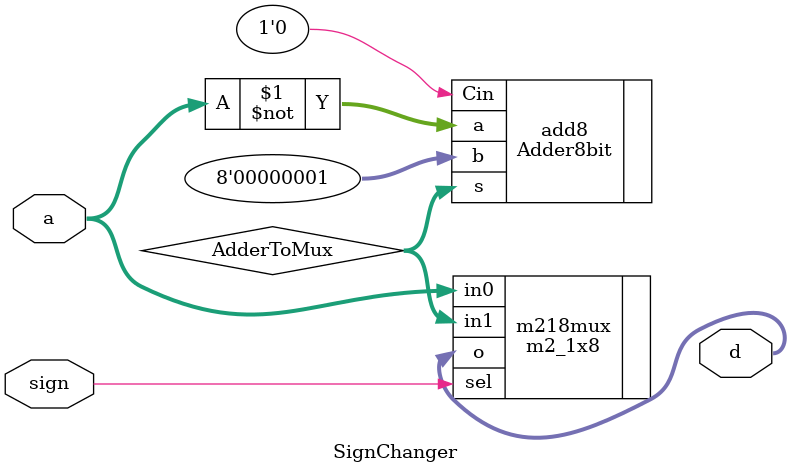
<source format=v>
module SignChanger(
    input [7:0] a,
    input sign,
    output [7:0] d
//    output ovfl
);
    
    wire [7:0]AdderToMux;
    Adder8bit add8(.a(~a), .b(8'b00000001), .Cin(1'b0), .s(AdderToMux));
    m2_1x8 m218mux(.in0(a), .in1(AdderToMux), .sel(sign), .o(d));    
      
//    assign ovfl = (a[7] & ~a[6] & ~a[5] & ~a[4] & ~a[3] & ~a[2] & ~a[1] & ~a[0] & sign);

endmodule
</source>
